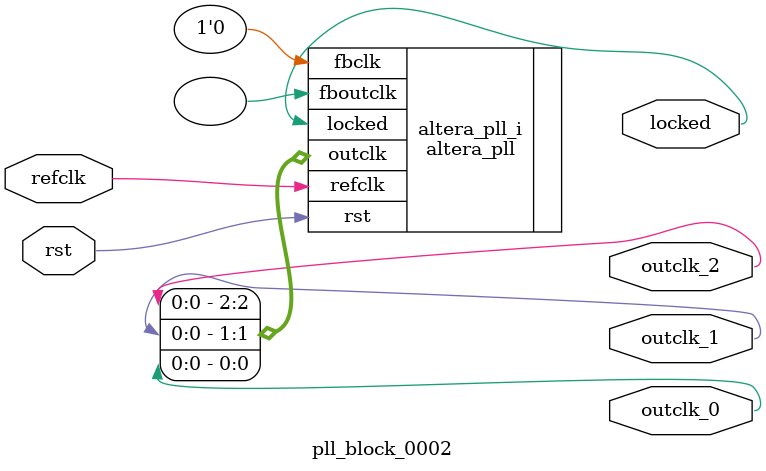
<source format=v>
`timescale 1ns/10ps
module  pll_block_0002(

	// interface 'refclk'
	input wire refclk,

	// interface 'reset'
	input wire rst,

	// interface 'outclk0'
	output wire outclk_0,

	// interface 'outclk1'
	output wire outclk_1,

	// interface 'outclk2'
	output wire outclk_2,

	// interface 'locked'
	output wire locked
);

	altera_pll #(
		.fractional_vco_multiplier("false"),
		.reference_clock_frequency("100.0 MHz"),
		.operation_mode("direct"),
		.number_of_clocks(3),
		.output_clock_frequency0("31.250000 MHz"),
		.phase_shift0("0 ps"),
		.duty_cycle0(50),
		.output_clock_frequency1("31.250000 MHz"),
		.phase_shift1("0 ps"),
		.duty_cycle1(50),
		.output_clock_frequency2("1.000000 MHz"),
		.phase_shift2("0 ps"),
		.duty_cycle2(50),
		.output_clock_frequency3("0 MHz"),
		.phase_shift3("0 ps"),
		.duty_cycle3(50),
		.output_clock_frequency4("0 MHz"),
		.phase_shift4("0 ps"),
		.duty_cycle4(50),
		.output_clock_frequency5("0 MHz"),
		.phase_shift5("0 ps"),
		.duty_cycle5(50),
		.output_clock_frequency6("0 MHz"),
		.phase_shift6("0 ps"),
		.duty_cycle6(50),
		.output_clock_frequency7("0 MHz"),
		.phase_shift7("0 ps"),
		.duty_cycle7(50),
		.output_clock_frequency8("0 MHz"),
		.phase_shift8("0 ps"),
		.duty_cycle8(50),
		.output_clock_frequency9("0 MHz"),
		.phase_shift9("0 ps"),
		.duty_cycle9(50),
		.output_clock_frequency10("0 MHz"),
		.phase_shift10("0 ps"),
		.duty_cycle10(50),
		.output_clock_frequency11("0 MHz"),
		.phase_shift11("0 ps"),
		.duty_cycle11(50),
		.output_clock_frequency12("0 MHz"),
		.phase_shift12("0 ps"),
		.duty_cycle12(50),
		.output_clock_frequency13("0 MHz"),
		.phase_shift13("0 ps"),
		.duty_cycle13(50),
		.output_clock_frequency14("0 MHz"),
		.phase_shift14("0 ps"),
		.duty_cycle14(50),
		.output_clock_frequency15("0 MHz"),
		.phase_shift15("0 ps"),
		.duty_cycle15(50),
		.output_clock_frequency16("0 MHz"),
		.phase_shift16("0 ps"),
		.duty_cycle16(50),
		.output_clock_frequency17("0 MHz"),
		.phase_shift17("0 ps"),
		.duty_cycle17(50),
		.pll_type("General"),
		.pll_subtype("General")
	) altera_pll_i (
		.rst	(rst),
		.outclk	({outclk_2, outclk_1, outclk_0}),
		.locked	(locked),
		.fboutclk	( ),
		.fbclk	(1'b0),
		.refclk	(refclk)
	);
endmodule


</source>
